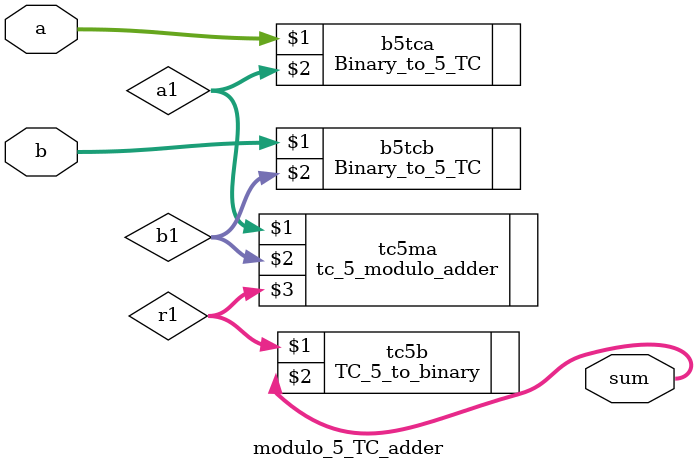
<source format=v>
`timescale 1ns / 1ps
module modulo_5_TC_adder(a,b,sum);
    input [2:0]a,b;
    output [2:0]sum;
    wire [4:1]a1,b1,r1;
    Binary_to_5_TC b5tca(a,a1);
    Binary_to_5_TC b5tcb(b,b1);
    tc_5_modulo_adder tc5ma(a1,b1,r1);
    TC_5_to_binary tc5b(r1,sum);
endmodule

</source>
